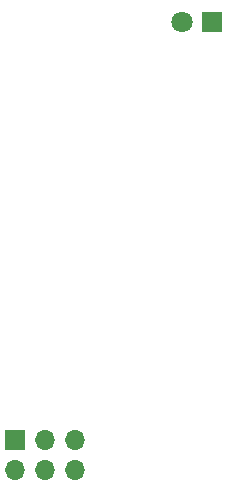
<source format=gbr>
G04 #@! TF.GenerationSoftware,KiCad,Pcbnew,(6.99.0-2452-gdb4f2d9dd8)*
G04 #@! TF.CreationDate,2022-08-02T22:01:28-05:00*
G04 #@! TF.ProjectId,TofG,546f6647-2e6b-4696-9361-645f70636258,rev?*
G04 #@! TF.SameCoordinates,Original*
G04 #@! TF.FileFunction,Soldermask,Top*
G04 #@! TF.FilePolarity,Negative*
%FSLAX46Y46*%
G04 Gerber Fmt 4.6, Leading zero omitted, Abs format (unit mm)*
G04 Created by KiCad (PCBNEW (6.99.0-2452-gdb4f2d9dd8)) date 2022-08-02 22:01:28*
%MOMM*%
%LPD*%
G01*
G04 APERTURE LIST*
%ADD10C,1.800000*%
%ADD11R,1.800000X1.800000*%
%ADD12O,1.700000X1.700000*%
%ADD13R,1.700000X1.700000*%
G04 APERTURE END LIST*
D10*
X67360000Y-60500000D03*
D11*
X69899999Y-60499999D03*
D12*
X58339999Y-98469999D03*
X58339999Y-95929999D03*
X55799999Y-98469999D03*
X55799999Y-95929999D03*
X53259999Y-98469999D03*
D13*
X53259999Y-95929999D03*
M02*

</source>
